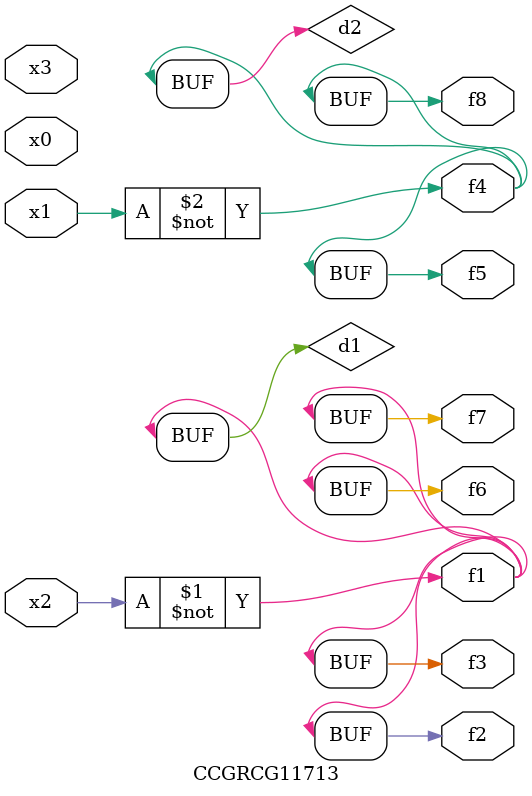
<source format=v>
module CCGRCG11713(
	input x0, x1, x2, x3,
	output f1, f2, f3, f4, f5, f6, f7, f8
);

	wire d1, d2;

	xnor (d1, x2);
	not (d2, x1);
	assign f1 = d1;
	assign f2 = d1;
	assign f3 = d1;
	assign f4 = d2;
	assign f5 = d2;
	assign f6 = d1;
	assign f7 = d1;
	assign f8 = d2;
endmodule

</source>
